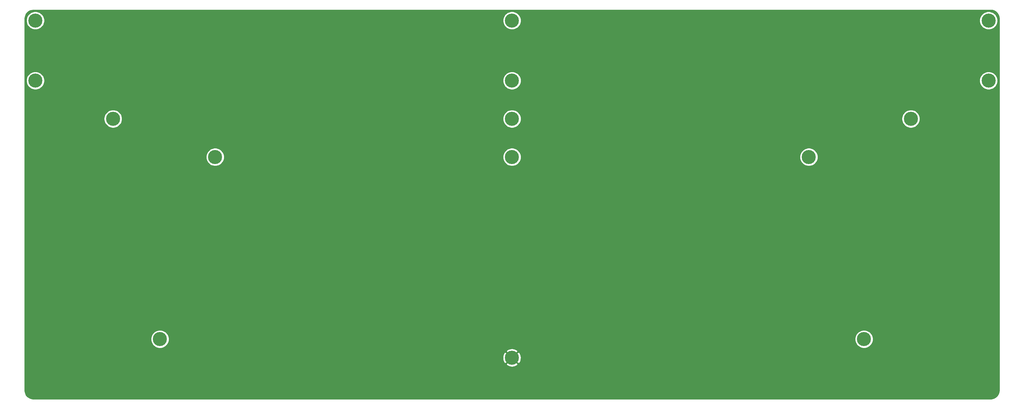
<source format=gbl>
G04 #@! TF.GenerationSoftware,KiCad,Pcbnew,(5.1.5)-3*
G04 #@! TF.CreationDate,2020-06-26T11:59:49-04:00*
G04 #@! TF.ProjectId,discipline-pcb,64697363-6970-46c6-996e-652d7063622e,rev?*
G04 #@! TF.SameCoordinates,Original*
G04 #@! TF.FileFunction,Copper,L2,Bot*
G04 #@! TF.FilePolarity,Positive*
%FSLAX46Y46*%
G04 Gerber Fmt 4.6, Leading zero omitted, Abs format (unit mm)*
G04 Created by KiCad (PCBNEW (5.1.5)-3) date 2020-06-26 11:59:49*
%MOMM*%
%LPD*%
G04 APERTURE LIST*
%ADD10C,4.400000*%
%ADD11C,0.800000*%
%ADD12C,0.254000*%
G04 APERTURE END LIST*
D10*
X206213345Y-92373872D03*
X81973322Y-92373872D03*
X330453369Y-92373872D03*
X206213345Y-166958110D03*
X206213345Y-61694750D03*
X206213345Y-80444750D03*
X206213345Y-104302994D03*
X298671968Y-104302994D03*
X113754723Y-104302994D03*
X315860803Y-161146960D03*
X96565888Y-161146960D03*
X354660309Y-80444750D03*
X354660309Y-61694750D03*
X57766382Y-61694750D03*
X57766382Y-80444750D03*
D11*
X113753900Y-119024400D03*
D12*
G36*
X355857023Y-58457549D02*
G01*
X356341617Y-58603858D01*
X356788558Y-58841499D01*
X357180827Y-59161427D01*
X357503489Y-59551460D01*
X357744243Y-59996725D01*
X357893929Y-60480280D01*
X357950309Y-61016706D01*
X357950310Y-177160421D01*
X357897510Y-177698933D01*
X357751201Y-178183527D01*
X357513561Y-178630465D01*
X357193631Y-179022738D01*
X356803602Y-179345398D01*
X356358336Y-179586153D01*
X355874777Y-179735839D01*
X355338353Y-179792219D01*
X57110854Y-179792219D01*
X56571973Y-179739875D01*
X56087250Y-179594007D01*
X55640094Y-179356771D01*
X55247533Y-179037198D01*
X54924519Y-178647462D01*
X54683359Y-178202411D01*
X54533234Y-177718990D01*
X54476382Y-177182752D01*
X54476382Y-168947885D01*
X204403175Y-168947885D01*
X204643321Y-169335128D01*
X205137222Y-169595751D01*
X205672478Y-169755011D01*
X206228519Y-169806788D01*
X206783977Y-169749091D01*
X207317506Y-169584138D01*
X207783369Y-169335128D01*
X208023515Y-168947885D01*
X206213345Y-167137715D01*
X204403175Y-168947885D01*
X54476382Y-168947885D01*
X54476382Y-166973284D01*
X203364667Y-166973284D01*
X203422364Y-167528742D01*
X203587317Y-168062271D01*
X203836327Y-168528134D01*
X204223570Y-168768280D01*
X206033740Y-166958110D01*
X206392950Y-166958110D01*
X208203120Y-168768280D01*
X208590363Y-168528134D01*
X208850986Y-168034233D01*
X209010246Y-167498977D01*
X209062023Y-166942936D01*
X209004326Y-166387478D01*
X208839373Y-165853949D01*
X208590363Y-165388086D01*
X208203120Y-165147940D01*
X206392950Y-166958110D01*
X206033740Y-166958110D01*
X204223570Y-165147940D01*
X203836327Y-165388086D01*
X203575704Y-165881987D01*
X203416444Y-166417243D01*
X203364667Y-166973284D01*
X54476382Y-166973284D01*
X54476382Y-164968335D01*
X204403175Y-164968335D01*
X206213345Y-166778505D01*
X208023515Y-164968335D01*
X207783369Y-164581092D01*
X207289468Y-164320469D01*
X206754212Y-164161209D01*
X206198171Y-164109432D01*
X205642713Y-164167129D01*
X205109184Y-164332082D01*
X204643321Y-164581092D01*
X204403175Y-164968335D01*
X54476382Y-164968335D01*
X54476382Y-160867737D01*
X93730888Y-160867737D01*
X93730888Y-161426183D01*
X93839836Y-161973899D01*
X94053544Y-162489836D01*
X94363800Y-162954167D01*
X94758681Y-163349048D01*
X95223012Y-163659304D01*
X95738949Y-163873012D01*
X96286665Y-163981960D01*
X96845111Y-163981960D01*
X97392827Y-163873012D01*
X97908764Y-163659304D01*
X98373095Y-163349048D01*
X98767976Y-162954167D01*
X99078232Y-162489836D01*
X99291940Y-161973899D01*
X99400888Y-161426183D01*
X99400888Y-160867737D01*
X313025803Y-160867737D01*
X313025803Y-161426183D01*
X313134751Y-161973899D01*
X313348459Y-162489836D01*
X313658715Y-162954167D01*
X314053596Y-163349048D01*
X314517927Y-163659304D01*
X315033864Y-163873012D01*
X315581580Y-163981960D01*
X316140026Y-163981960D01*
X316687742Y-163873012D01*
X317203679Y-163659304D01*
X317668010Y-163349048D01*
X318062891Y-162954167D01*
X318373147Y-162489836D01*
X318586855Y-161973899D01*
X318695803Y-161426183D01*
X318695803Y-160867737D01*
X318586855Y-160320021D01*
X318373147Y-159804084D01*
X318062891Y-159339753D01*
X317668010Y-158944872D01*
X317203679Y-158634616D01*
X316687742Y-158420908D01*
X316140026Y-158311960D01*
X315581580Y-158311960D01*
X315033864Y-158420908D01*
X314517927Y-158634616D01*
X314053596Y-158944872D01*
X313658715Y-159339753D01*
X313348459Y-159804084D01*
X313134751Y-160320021D01*
X313025803Y-160867737D01*
X99400888Y-160867737D01*
X99291940Y-160320021D01*
X99078232Y-159804084D01*
X98767976Y-159339753D01*
X98373095Y-158944872D01*
X97908764Y-158634616D01*
X97392827Y-158420908D01*
X96845111Y-158311960D01*
X96286665Y-158311960D01*
X95738949Y-158420908D01*
X95223012Y-158634616D01*
X94758681Y-158944872D01*
X94363800Y-159339753D01*
X94053544Y-159804084D01*
X93839836Y-160320021D01*
X93730888Y-160867737D01*
X54476382Y-160867737D01*
X54476382Y-104023771D01*
X110919723Y-104023771D01*
X110919723Y-104582217D01*
X111028671Y-105129933D01*
X111242379Y-105645870D01*
X111552635Y-106110201D01*
X111947516Y-106505082D01*
X112411847Y-106815338D01*
X112927784Y-107029046D01*
X113475500Y-107137994D01*
X114033946Y-107137994D01*
X114581662Y-107029046D01*
X115097599Y-106815338D01*
X115561930Y-106505082D01*
X115956811Y-106110201D01*
X116267067Y-105645870D01*
X116480775Y-105129933D01*
X116589723Y-104582217D01*
X116589723Y-104023771D01*
X203378345Y-104023771D01*
X203378345Y-104582217D01*
X203487293Y-105129933D01*
X203701001Y-105645870D01*
X204011257Y-106110201D01*
X204406138Y-106505082D01*
X204870469Y-106815338D01*
X205386406Y-107029046D01*
X205934122Y-107137994D01*
X206492568Y-107137994D01*
X207040284Y-107029046D01*
X207556221Y-106815338D01*
X208020552Y-106505082D01*
X208415433Y-106110201D01*
X208725689Y-105645870D01*
X208939397Y-105129933D01*
X209048345Y-104582217D01*
X209048345Y-104023771D01*
X295836968Y-104023771D01*
X295836968Y-104582217D01*
X295945916Y-105129933D01*
X296159624Y-105645870D01*
X296469880Y-106110201D01*
X296864761Y-106505082D01*
X297329092Y-106815338D01*
X297845029Y-107029046D01*
X298392745Y-107137994D01*
X298951191Y-107137994D01*
X299498907Y-107029046D01*
X300014844Y-106815338D01*
X300479175Y-106505082D01*
X300874056Y-106110201D01*
X301184312Y-105645870D01*
X301398020Y-105129933D01*
X301506968Y-104582217D01*
X301506968Y-104023771D01*
X301398020Y-103476055D01*
X301184312Y-102960118D01*
X300874056Y-102495787D01*
X300479175Y-102100906D01*
X300014844Y-101790650D01*
X299498907Y-101576942D01*
X298951191Y-101467994D01*
X298392745Y-101467994D01*
X297845029Y-101576942D01*
X297329092Y-101790650D01*
X296864761Y-102100906D01*
X296469880Y-102495787D01*
X296159624Y-102960118D01*
X295945916Y-103476055D01*
X295836968Y-104023771D01*
X209048345Y-104023771D01*
X208939397Y-103476055D01*
X208725689Y-102960118D01*
X208415433Y-102495787D01*
X208020552Y-102100906D01*
X207556221Y-101790650D01*
X207040284Y-101576942D01*
X206492568Y-101467994D01*
X205934122Y-101467994D01*
X205386406Y-101576942D01*
X204870469Y-101790650D01*
X204406138Y-102100906D01*
X204011257Y-102495787D01*
X203701001Y-102960118D01*
X203487293Y-103476055D01*
X203378345Y-104023771D01*
X116589723Y-104023771D01*
X116480775Y-103476055D01*
X116267067Y-102960118D01*
X115956811Y-102495787D01*
X115561930Y-102100906D01*
X115097599Y-101790650D01*
X114581662Y-101576942D01*
X114033946Y-101467994D01*
X113475500Y-101467994D01*
X112927784Y-101576942D01*
X112411847Y-101790650D01*
X111947516Y-102100906D01*
X111552635Y-102495787D01*
X111242379Y-102960118D01*
X111028671Y-103476055D01*
X110919723Y-104023771D01*
X54476382Y-104023771D01*
X54476382Y-92094649D01*
X79138322Y-92094649D01*
X79138322Y-92653095D01*
X79247270Y-93200811D01*
X79460978Y-93716748D01*
X79771234Y-94181079D01*
X80166115Y-94575960D01*
X80630446Y-94886216D01*
X81146383Y-95099924D01*
X81694099Y-95208872D01*
X82252545Y-95208872D01*
X82800261Y-95099924D01*
X83316198Y-94886216D01*
X83780529Y-94575960D01*
X84175410Y-94181079D01*
X84485666Y-93716748D01*
X84699374Y-93200811D01*
X84808322Y-92653095D01*
X84808322Y-92094649D01*
X203378345Y-92094649D01*
X203378345Y-92653095D01*
X203487293Y-93200811D01*
X203701001Y-93716748D01*
X204011257Y-94181079D01*
X204406138Y-94575960D01*
X204870469Y-94886216D01*
X205386406Y-95099924D01*
X205934122Y-95208872D01*
X206492568Y-95208872D01*
X207040284Y-95099924D01*
X207556221Y-94886216D01*
X208020552Y-94575960D01*
X208415433Y-94181079D01*
X208725689Y-93716748D01*
X208939397Y-93200811D01*
X209048345Y-92653095D01*
X209048345Y-92094649D01*
X327618369Y-92094649D01*
X327618369Y-92653095D01*
X327727317Y-93200811D01*
X327941025Y-93716748D01*
X328251281Y-94181079D01*
X328646162Y-94575960D01*
X329110493Y-94886216D01*
X329626430Y-95099924D01*
X330174146Y-95208872D01*
X330732592Y-95208872D01*
X331280308Y-95099924D01*
X331796245Y-94886216D01*
X332260576Y-94575960D01*
X332655457Y-94181079D01*
X332965713Y-93716748D01*
X333179421Y-93200811D01*
X333288369Y-92653095D01*
X333288369Y-92094649D01*
X333179421Y-91546933D01*
X332965713Y-91030996D01*
X332655457Y-90566665D01*
X332260576Y-90171784D01*
X331796245Y-89861528D01*
X331280308Y-89647820D01*
X330732592Y-89538872D01*
X330174146Y-89538872D01*
X329626430Y-89647820D01*
X329110493Y-89861528D01*
X328646162Y-90171784D01*
X328251281Y-90566665D01*
X327941025Y-91030996D01*
X327727317Y-91546933D01*
X327618369Y-92094649D01*
X209048345Y-92094649D01*
X208939397Y-91546933D01*
X208725689Y-91030996D01*
X208415433Y-90566665D01*
X208020552Y-90171784D01*
X207556221Y-89861528D01*
X207040284Y-89647820D01*
X206492568Y-89538872D01*
X205934122Y-89538872D01*
X205386406Y-89647820D01*
X204870469Y-89861528D01*
X204406138Y-90171784D01*
X204011257Y-90566665D01*
X203701001Y-91030996D01*
X203487293Y-91546933D01*
X203378345Y-92094649D01*
X84808322Y-92094649D01*
X84699374Y-91546933D01*
X84485666Y-91030996D01*
X84175410Y-90566665D01*
X83780529Y-90171784D01*
X83316198Y-89861528D01*
X82800261Y-89647820D01*
X82252545Y-89538872D01*
X81694099Y-89538872D01*
X81146383Y-89647820D01*
X80630446Y-89861528D01*
X80166115Y-90171784D01*
X79771234Y-90566665D01*
X79460978Y-91030996D01*
X79247270Y-91546933D01*
X79138322Y-92094649D01*
X54476382Y-92094649D01*
X54476382Y-80165527D01*
X54931382Y-80165527D01*
X54931382Y-80723973D01*
X55040330Y-81271689D01*
X55254038Y-81787626D01*
X55564294Y-82251957D01*
X55959175Y-82646838D01*
X56423506Y-82957094D01*
X56939443Y-83170802D01*
X57487159Y-83279750D01*
X58045605Y-83279750D01*
X58593321Y-83170802D01*
X59109258Y-82957094D01*
X59573589Y-82646838D01*
X59968470Y-82251957D01*
X60278726Y-81787626D01*
X60492434Y-81271689D01*
X60601382Y-80723973D01*
X60601382Y-80165527D01*
X203378345Y-80165527D01*
X203378345Y-80723973D01*
X203487293Y-81271689D01*
X203701001Y-81787626D01*
X204011257Y-82251957D01*
X204406138Y-82646838D01*
X204870469Y-82957094D01*
X205386406Y-83170802D01*
X205934122Y-83279750D01*
X206492568Y-83279750D01*
X207040284Y-83170802D01*
X207556221Y-82957094D01*
X208020552Y-82646838D01*
X208415433Y-82251957D01*
X208725689Y-81787626D01*
X208939397Y-81271689D01*
X209048345Y-80723973D01*
X209048345Y-80165527D01*
X351825309Y-80165527D01*
X351825309Y-80723973D01*
X351934257Y-81271689D01*
X352147965Y-81787626D01*
X352458221Y-82251957D01*
X352853102Y-82646838D01*
X353317433Y-82957094D01*
X353833370Y-83170802D01*
X354381086Y-83279750D01*
X354939532Y-83279750D01*
X355487248Y-83170802D01*
X356003185Y-82957094D01*
X356467516Y-82646838D01*
X356862397Y-82251957D01*
X357172653Y-81787626D01*
X357386361Y-81271689D01*
X357495309Y-80723973D01*
X357495309Y-80165527D01*
X357386361Y-79617811D01*
X357172653Y-79101874D01*
X356862397Y-78637543D01*
X356467516Y-78242662D01*
X356003185Y-77932406D01*
X355487248Y-77718698D01*
X354939532Y-77609750D01*
X354381086Y-77609750D01*
X353833370Y-77718698D01*
X353317433Y-77932406D01*
X352853102Y-78242662D01*
X352458221Y-78637543D01*
X352147965Y-79101874D01*
X351934257Y-79617811D01*
X351825309Y-80165527D01*
X209048345Y-80165527D01*
X208939397Y-79617811D01*
X208725689Y-79101874D01*
X208415433Y-78637543D01*
X208020552Y-78242662D01*
X207556221Y-77932406D01*
X207040284Y-77718698D01*
X206492568Y-77609750D01*
X205934122Y-77609750D01*
X205386406Y-77718698D01*
X204870469Y-77932406D01*
X204406138Y-78242662D01*
X204011257Y-78637543D01*
X203701001Y-79101874D01*
X203487293Y-79617811D01*
X203378345Y-80165527D01*
X60601382Y-80165527D01*
X60492434Y-79617811D01*
X60278726Y-79101874D01*
X59968470Y-78637543D01*
X59573589Y-78242662D01*
X59109258Y-77932406D01*
X58593321Y-77718698D01*
X58045605Y-77609750D01*
X57487159Y-77609750D01*
X56939443Y-77718698D01*
X56423506Y-77932406D01*
X55959175Y-78242662D01*
X55564294Y-78637543D01*
X55254038Y-79101874D01*
X55040330Y-79617811D01*
X54931382Y-80165527D01*
X54476382Y-80165527D01*
X54476382Y-61415527D01*
X54931382Y-61415527D01*
X54931382Y-61973973D01*
X55040330Y-62521689D01*
X55254038Y-63037626D01*
X55564294Y-63501957D01*
X55959175Y-63896838D01*
X56423506Y-64207094D01*
X56939443Y-64420802D01*
X57487159Y-64529750D01*
X58045605Y-64529750D01*
X58593321Y-64420802D01*
X59109258Y-64207094D01*
X59573589Y-63896838D01*
X59968470Y-63501957D01*
X60278726Y-63037626D01*
X60492434Y-62521689D01*
X60601382Y-61973973D01*
X60601382Y-61415527D01*
X203378345Y-61415527D01*
X203378345Y-61973973D01*
X203487293Y-62521689D01*
X203701001Y-63037626D01*
X204011257Y-63501957D01*
X204406138Y-63896838D01*
X204870469Y-64207094D01*
X205386406Y-64420802D01*
X205934122Y-64529750D01*
X206492568Y-64529750D01*
X207040284Y-64420802D01*
X207556221Y-64207094D01*
X208020552Y-63896838D01*
X208415433Y-63501957D01*
X208725689Y-63037626D01*
X208939397Y-62521689D01*
X209048345Y-61973973D01*
X209048345Y-61415527D01*
X351825309Y-61415527D01*
X351825309Y-61973973D01*
X351934257Y-62521689D01*
X352147965Y-63037626D01*
X352458221Y-63501957D01*
X352853102Y-63896838D01*
X353317433Y-64207094D01*
X353833370Y-64420802D01*
X354381086Y-64529750D01*
X354939532Y-64529750D01*
X355487248Y-64420802D01*
X356003185Y-64207094D01*
X356467516Y-63896838D01*
X356862397Y-63501957D01*
X357172653Y-63037626D01*
X357386361Y-62521689D01*
X357495309Y-61973973D01*
X357495309Y-61415527D01*
X357386361Y-60867811D01*
X357172653Y-60351874D01*
X356862397Y-59887543D01*
X356467516Y-59492662D01*
X356003185Y-59182406D01*
X355487248Y-58968698D01*
X354939532Y-58859750D01*
X354381086Y-58859750D01*
X353833370Y-58968698D01*
X353317433Y-59182406D01*
X352853102Y-59492662D01*
X352458221Y-59887543D01*
X352147965Y-60351874D01*
X351934257Y-60867811D01*
X351825309Y-61415527D01*
X209048345Y-61415527D01*
X208939397Y-60867811D01*
X208725689Y-60351874D01*
X208415433Y-59887543D01*
X208020552Y-59492662D01*
X207556221Y-59182406D01*
X207040284Y-58968698D01*
X206492568Y-58859750D01*
X205934122Y-58859750D01*
X205386406Y-58968698D01*
X204870469Y-59182406D01*
X204406138Y-59492662D01*
X204011257Y-59887543D01*
X203701001Y-60351874D01*
X203487293Y-60867811D01*
X203378345Y-61415527D01*
X60601382Y-61415527D01*
X60492434Y-60867811D01*
X60278726Y-60351874D01*
X59968470Y-59887543D01*
X59573589Y-59492662D01*
X59109258Y-59182406D01*
X58593321Y-58968698D01*
X58045605Y-58859750D01*
X57487159Y-58859750D01*
X56939443Y-58968698D01*
X56423506Y-59182406D01*
X55959175Y-59492662D01*
X55564294Y-59887543D01*
X55254038Y-60351874D01*
X55040330Y-60867811D01*
X54931382Y-61415527D01*
X54476382Y-61415527D01*
X54476382Y-61036528D01*
X54529181Y-60498036D01*
X54675490Y-60013442D01*
X54913131Y-59566501D01*
X55233059Y-59174232D01*
X55623092Y-58851570D01*
X56068357Y-58610816D01*
X56551912Y-58461130D01*
X57088338Y-58404750D01*
X355318531Y-58404750D01*
X355857023Y-58457549D01*
G37*
X355857023Y-58457549D02*
X356341617Y-58603858D01*
X356788558Y-58841499D01*
X357180827Y-59161427D01*
X357503489Y-59551460D01*
X357744243Y-59996725D01*
X357893929Y-60480280D01*
X357950309Y-61016706D01*
X357950310Y-177160421D01*
X357897510Y-177698933D01*
X357751201Y-178183527D01*
X357513561Y-178630465D01*
X357193631Y-179022738D01*
X356803602Y-179345398D01*
X356358336Y-179586153D01*
X355874777Y-179735839D01*
X355338353Y-179792219D01*
X57110854Y-179792219D01*
X56571973Y-179739875D01*
X56087250Y-179594007D01*
X55640094Y-179356771D01*
X55247533Y-179037198D01*
X54924519Y-178647462D01*
X54683359Y-178202411D01*
X54533234Y-177718990D01*
X54476382Y-177182752D01*
X54476382Y-168947885D01*
X204403175Y-168947885D01*
X204643321Y-169335128D01*
X205137222Y-169595751D01*
X205672478Y-169755011D01*
X206228519Y-169806788D01*
X206783977Y-169749091D01*
X207317506Y-169584138D01*
X207783369Y-169335128D01*
X208023515Y-168947885D01*
X206213345Y-167137715D01*
X204403175Y-168947885D01*
X54476382Y-168947885D01*
X54476382Y-166973284D01*
X203364667Y-166973284D01*
X203422364Y-167528742D01*
X203587317Y-168062271D01*
X203836327Y-168528134D01*
X204223570Y-168768280D01*
X206033740Y-166958110D01*
X206392950Y-166958110D01*
X208203120Y-168768280D01*
X208590363Y-168528134D01*
X208850986Y-168034233D01*
X209010246Y-167498977D01*
X209062023Y-166942936D01*
X209004326Y-166387478D01*
X208839373Y-165853949D01*
X208590363Y-165388086D01*
X208203120Y-165147940D01*
X206392950Y-166958110D01*
X206033740Y-166958110D01*
X204223570Y-165147940D01*
X203836327Y-165388086D01*
X203575704Y-165881987D01*
X203416444Y-166417243D01*
X203364667Y-166973284D01*
X54476382Y-166973284D01*
X54476382Y-164968335D01*
X204403175Y-164968335D01*
X206213345Y-166778505D01*
X208023515Y-164968335D01*
X207783369Y-164581092D01*
X207289468Y-164320469D01*
X206754212Y-164161209D01*
X206198171Y-164109432D01*
X205642713Y-164167129D01*
X205109184Y-164332082D01*
X204643321Y-164581092D01*
X204403175Y-164968335D01*
X54476382Y-164968335D01*
X54476382Y-160867737D01*
X93730888Y-160867737D01*
X93730888Y-161426183D01*
X93839836Y-161973899D01*
X94053544Y-162489836D01*
X94363800Y-162954167D01*
X94758681Y-163349048D01*
X95223012Y-163659304D01*
X95738949Y-163873012D01*
X96286665Y-163981960D01*
X96845111Y-163981960D01*
X97392827Y-163873012D01*
X97908764Y-163659304D01*
X98373095Y-163349048D01*
X98767976Y-162954167D01*
X99078232Y-162489836D01*
X99291940Y-161973899D01*
X99400888Y-161426183D01*
X99400888Y-160867737D01*
X313025803Y-160867737D01*
X313025803Y-161426183D01*
X313134751Y-161973899D01*
X313348459Y-162489836D01*
X313658715Y-162954167D01*
X314053596Y-163349048D01*
X314517927Y-163659304D01*
X315033864Y-163873012D01*
X315581580Y-163981960D01*
X316140026Y-163981960D01*
X316687742Y-163873012D01*
X317203679Y-163659304D01*
X317668010Y-163349048D01*
X318062891Y-162954167D01*
X318373147Y-162489836D01*
X318586855Y-161973899D01*
X318695803Y-161426183D01*
X318695803Y-160867737D01*
X318586855Y-160320021D01*
X318373147Y-159804084D01*
X318062891Y-159339753D01*
X317668010Y-158944872D01*
X317203679Y-158634616D01*
X316687742Y-158420908D01*
X316140026Y-158311960D01*
X315581580Y-158311960D01*
X315033864Y-158420908D01*
X314517927Y-158634616D01*
X314053596Y-158944872D01*
X313658715Y-159339753D01*
X313348459Y-159804084D01*
X313134751Y-160320021D01*
X313025803Y-160867737D01*
X99400888Y-160867737D01*
X99291940Y-160320021D01*
X99078232Y-159804084D01*
X98767976Y-159339753D01*
X98373095Y-158944872D01*
X97908764Y-158634616D01*
X97392827Y-158420908D01*
X96845111Y-158311960D01*
X96286665Y-158311960D01*
X95738949Y-158420908D01*
X95223012Y-158634616D01*
X94758681Y-158944872D01*
X94363800Y-159339753D01*
X94053544Y-159804084D01*
X93839836Y-160320021D01*
X93730888Y-160867737D01*
X54476382Y-160867737D01*
X54476382Y-104023771D01*
X110919723Y-104023771D01*
X110919723Y-104582217D01*
X111028671Y-105129933D01*
X111242379Y-105645870D01*
X111552635Y-106110201D01*
X111947516Y-106505082D01*
X112411847Y-106815338D01*
X112927784Y-107029046D01*
X113475500Y-107137994D01*
X114033946Y-107137994D01*
X114581662Y-107029046D01*
X115097599Y-106815338D01*
X115561930Y-106505082D01*
X115956811Y-106110201D01*
X116267067Y-105645870D01*
X116480775Y-105129933D01*
X116589723Y-104582217D01*
X116589723Y-104023771D01*
X203378345Y-104023771D01*
X203378345Y-104582217D01*
X203487293Y-105129933D01*
X203701001Y-105645870D01*
X204011257Y-106110201D01*
X204406138Y-106505082D01*
X204870469Y-106815338D01*
X205386406Y-107029046D01*
X205934122Y-107137994D01*
X206492568Y-107137994D01*
X207040284Y-107029046D01*
X207556221Y-106815338D01*
X208020552Y-106505082D01*
X208415433Y-106110201D01*
X208725689Y-105645870D01*
X208939397Y-105129933D01*
X209048345Y-104582217D01*
X209048345Y-104023771D01*
X295836968Y-104023771D01*
X295836968Y-104582217D01*
X295945916Y-105129933D01*
X296159624Y-105645870D01*
X296469880Y-106110201D01*
X296864761Y-106505082D01*
X297329092Y-106815338D01*
X297845029Y-107029046D01*
X298392745Y-107137994D01*
X298951191Y-107137994D01*
X299498907Y-107029046D01*
X300014844Y-106815338D01*
X300479175Y-106505082D01*
X300874056Y-106110201D01*
X301184312Y-105645870D01*
X301398020Y-105129933D01*
X301506968Y-104582217D01*
X301506968Y-104023771D01*
X301398020Y-103476055D01*
X301184312Y-102960118D01*
X300874056Y-102495787D01*
X300479175Y-102100906D01*
X300014844Y-101790650D01*
X299498907Y-101576942D01*
X298951191Y-101467994D01*
X298392745Y-101467994D01*
X297845029Y-101576942D01*
X297329092Y-101790650D01*
X296864761Y-102100906D01*
X296469880Y-102495787D01*
X296159624Y-102960118D01*
X295945916Y-103476055D01*
X295836968Y-104023771D01*
X209048345Y-104023771D01*
X208939397Y-103476055D01*
X208725689Y-102960118D01*
X208415433Y-102495787D01*
X208020552Y-102100906D01*
X207556221Y-101790650D01*
X207040284Y-101576942D01*
X206492568Y-101467994D01*
X205934122Y-101467994D01*
X205386406Y-101576942D01*
X204870469Y-101790650D01*
X204406138Y-102100906D01*
X204011257Y-102495787D01*
X203701001Y-102960118D01*
X203487293Y-103476055D01*
X203378345Y-104023771D01*
X116589723Y-104023771D01*
X116480775Y-103476055D01*
X116267067Y-102960118D01*
X115956811Y-102495787D01*
X115561930Y-102100906D01*
X115097599Y-101790650D01*
X114581662Y-101576942D01*
X114033946Y-101467994D01*
X113475500Y-101467994D01*
X112927784Y-101576942D01*
X112411847Y-101790650D01*
X111947516Y-102100906D01*
X111552635Y-102495787D01*
X111242379Y-102960118D01*
X111028671Y-103476055D01*
X110919723Y-104023771D01*
X54476382Y-104023771D01*
X54476382Y-92094649D01*
X79138322Y-92094649D01*
X79138322Y-92653095D01*
X79247270Y-93200811D01*
X79460978Y-93716748D01*
X79771234Y-94181079D01*
X80166115Y-94575960D01*
X80630446Y-94886216D01*
X81146383Y-95099924D01*
X81694099Y-95208872D01*
X82252545Y-95208872D01*
X82800261Y-95099924D01*
X83316198Y-94886216D01*
X83780529Y-94575960D01*
X84175410Y-94181079D01*
X84485666Y-93716748D01*
X84699374Y-93200811D01*
X84808322Y-92653095D01*
X84808322Y-92094649D01*
X203378345Y-92094649D01*
X203378345Y-92653095D01*
X203487293Y-93200811D01*
X203701001Y-93716748D01*
X204011257Y-94181079D01*
X204406138Y-94575960D01*
X204870469Y-94886216D01*
X205386406Y-95099924D01*
X205934122Y-95208872D01*
X206492568Y-95208872D01*
X207040284Y-95099924D01*
X207556221Y-94886216D01*
X208020552Y-94575960D01*
X208415433Y-94181079D01*
X208725689Y-93716748D01*
X208939397Y-93200811D01*
X209048345Y-92653095D01*
X209048345Y-92094649D01*
X327618369Y-92094649D01*
X327618369Y-92653095D01*
X327727317Y-93200811D01*
X327941025Y-93716748D01*
X328251281Y-94181079D01*
X328646162Y-94575960D01*
X329110493Y-94886216D01*
X329626430Y-95099924D01*
X330174146Y-95208872D01*
X330732592Y-95208872D01*
X331280308Y-95099924D01*
X331796245Y-94886216D01*
X332260576Y-94575960D01*
X332655457Y-94181079D01*
X332965713Y-93716748D01*
X333179421Y-93200811D01*
X333288369Y-92653095D01*
X333288369Y-92094649D01*
X333179421Y-91546933D01*
X332965713Y-91030996D01*
X332655457Y-90566665D01*
X332260576Y-90171784D01*
X331796245Y-89861528D01*
X331280308Y-89647820D01*
X330732592Y-89538872D01*
X330174146Y-89538872D01*
X329626430Y-89647820D01*
X329110493Y-89861528D01*
X328646162Y-90171784D01*
X328251281Y-90566665D01*
X327941025Y-91030996D01*
X327727317Y-91546933D01*
X327618369Y-92094649D01*
X209048345Y-92094649D01*
X208939397Y-91546933D01*
X208725689Y-91030996D01*
X208415433Y-90566665D01*
X208020552Y-90171784D01*
X207556221Y-89861528D01*
X207040284Y-89647820D01*
X206492568Y-89538872D01*
X205934122Y-89538872D01*
X205386406Y-89647820D01*
X204870469Y-89861528D01*
X204406138Y-90171784D01*
X204011257Y-90566665D01*
X203701001Y-91030996D01*
X203487293Y-91546933D01*
X203378345Y-92094649D01*
X84808322Y-92094649D01*
X84699374Y-91546933D01*
X84485666Y-91030996D01*
X84175410Y-90566665D01*
X83780529Y-90171784D01*
X83316198Y-89861528D01*
X82800261Y-89647820D01*
X82252545Y-89538872D01*
X81694099Y-89538872D01*
X81146383Y-89647820D01*
X80630446Y-89861528D01*
X80166115Y-90171784D01*
X79771234Y-90566665D01*
X79460978Y-91030996D01*
X79247270Y-91546933D01*
X79138322Y-92094649D01*
X54476382Y-92094649D01*
X54476382Y-80165527D01*
X54931382Y-80165527D01*
X54931382Y-80723973D01*
X55040330Y-81271689D01*
X55254038Y-81787626D01*
X55564294Y-82251957D01*
X55959175Y-82646838D01*
X56423506Y-82957094D01*
X56939443Y-83170802D01*
X57487159Y-83279750D01*
X58045605Y-83279750D01*
X58593321Y-83170802D01*
X59109258Y-82957094D01*
X59573589Y-82646838D01*
X59968470Y-82251957D01*
X60278726Y-81787626D01*
X60492434Y-81271689D01*
X60601382Y-80723973D01*
X60601382Y-80165527D01*
X203378345Y-80165527D01*
X203378345Y-80723973D01*
X203487293Y-81271689D01*
X203701001Y-81787626D01*
X204011257Y-82251957D01*
X204406138Y-82646838D01*
X204870469Y-82957094D01*
X205386406Y-83170802D01*
X205934122Y-83279750D01*
X206492568Y-83279750D01*
X207040284Y-83170802D01*
X207556221Y-82957094D01*
X208020552Y-82646838D01*
X208415433Y-82251957D01*
X208725689Y-81787626D01*
X208939397Y-81271689D01*
X209048345Y-80723973D01*
X209048345Y-80165527D01*
X351825309Y-80165527D01*
X351825309Y-80723973D01*
X351934257Y-81271689D01*
X352147965Y-81787626D01*
X352458221Y-82251957D01*
X352853102Y-82646838D01*
X353317433Y-82957094D01*
X353833370Y-83170802D01*
X354381086Y-83279750D01*
X354939532Y-83279750D01*
X355487248Y-83170802D01*
X356003185Y-82957094D01*
X356467516Y-82646838D01*
X356862397Y-82251957D01*
X357172653Y-81787626D01*
X357386361Y-81271689D01*
X357495309Y-80723973D01*
X357495309Y-80165527D01*
X357386361Y-79617811D01*
X357172653Y-79101874D01*
X356862397Y-78637543D01*
X356467516Y-78242662D01*
X356003185Y-77932406D01*
X355487248Y-77718698D01*
X354939532Y-77609750D01*
X354381086Y-77609750D01*
X353833370Y-77718698D01*
X353317433Y-77932406D01*
X352853102Y-78242662D01*
X352458221Y-78637543D01*
X352147965Y-79101874D01*
X351934257Y-79617811D01*
X351825309Y-80165527D01*
X209048345Y-80165527D01*
X208939397Y-79617811D01*
X208725689Y-79101874D01*
X208415433Y-78637543D01*
X208020552Y-78242662D01*
X207556221Y-77932406D01*
X207040284Y-77718698D01*
X206492568Y-77609750D01*
X205934122Y-77609750D01*
X205386406Y-77718698D01*
X204870469Y-77932406D01*
X204406138Y-78242662D01*
X204011257Y-78637543D01*
X203701001Y-79101874D01*
X203487293Y-79617811D01*
X203378345Y-80165527D01*
X60601382Y-80165527D01*
X60492434Y-79617811D01*
X60278726Y-79101874D01*
X59968470Y-78637543D01*
X59573589Y-78242662D01*
X59109258Y-77932406D01*
X58593321Y-77718698D01*
X58045605Y-77609750D01*
X57487159Y-77609750D01*
X56939443Y-77718698D01*
X56423506Y-77932406D01*
X55959175Y-78242662D01*
X55564294Y-78637543D01*
X55254038Y-79101874D01*
X55040330Y-79617811D01*
X54931382Y-80165527D01*
X54476382Y-80165527D01*
X54476382Y-61415527D01*
X54931382Y-61415527D01*
X54931382Y-61973973D01*
X55040330Y-62521689D01*
X55254038Y-63037626D01*
X55564294Y-63501957D01*
X55959175Y-63896838D01*
X56423506Y-64207094D01*
X56939443Y-64420802D01*
X57487159Y-64529750D01*
X58045605Y-64529750D01*
X58593321Y-64420802D01*
X59109258Y-64207094D01*
X59573589Y-63896838D01*
X59968470Y-63501957D01*
X60278726Y-63037626D01*
X60492434Y-62521689D01*
X60601382Y-61973973D01*
X60601382Y-61415527D01*
X203378345Y-61415527D01*
X203378345Y-61973973D01*
X203487293Y-62521689D01*
X203701001Y-63037626D01*
X204011257Y-63501957D01*
X204406138Y-63896838D01*
X204870469Y-64207094D01*
X205386406Y-64420802D01*
X205934122Y-64529750D01*
X206492568Y-64529750D01*
X207040284Y-64420802D01*
X207556221Y-64207094D01*
X208020552Y-63896838D01*
X208415433Y-63501957D01*
X208725689Y-63037626D01*
X208939397Y-62521689D01*
X209048345Y-61973973D01*
X209048345Y-61415527D01*
X351825309Y-61415527D01*
X351825309Y-61973973D01*
X351934257Y-62521689D01*
X352147965Y-63037626D01*
X352458221Y-63501957D01*
X352853102Y-63896838D01*
X353317433Y-64207094D01*
X353833370Y-64420802D01*
X354381086Y-64529750D01*
X354939532Y-64529750D01*
X355487248Y-64420802D01*
X356003185Y-64207094D01*
X356467516Y-63896838D01*
X356862397Y-63501957D01*
X357172653Y-63037626D01*
X357386361Y-62521689D01*
X357495309Y-61973973D01*
X357495309Y-61415527D01*
X357386361Y-60867811D01*
X357172653Y-60351874D01*
X356862397Y-59887543D01*
X356467516Y-59492662D01*
X356003185Y-59182406D01*
X355487248Y-58968698D01*
X354939532Y-58859750D01*
X354381086Y-58859750D01*
X353833370Y-58968698D01*
X353317433Y-59182406D01*
X352853102Y-59492662D01*
X352458221Y-59887543D01*
X352147965Y-60351874D01*
X351934257Y-60867811D01*
X351825309Y-61415527D01*
X209048345Y-61415527D01*
X208939397Y-60867811D01*
X208725689Y-60351874D01*
X208415433Y-59887543D01*
X208020552Y-59492662D01*
X207556221Y-59182406D01*
X207040284Y-58968698D01*
X206492568Y-58859750D01*
X205934122Y-58859750D01*
X205386406Y-58968698D01*
X204870469Y-59182406D01*
X204406138Y-59492662D01*
X204011257Y-59887543D01*
X203701001Y-60351874D01*
X203487293Y-60867811D01*
X203378345Y-61415527D01*
X60601382Y-61415527D01*
X60492434Y-60867811D01*
X60278726Y-60351874D01*
X59968470Y-59887543D01*
X59573589Y-59492662D01*
X59109258Y-59182406D01*
X58593321Y-58968698D01*
X58045605Y-58859750D01*
X57487159Y-58859750D01*
X56939443Y-58968698D01*
X56423506Y-59182406D01*
X55959175Y-59492662D01*
X55564294Y-59887543D01*
X55254038Y-60351874D01*
X55040330Y-60867811D01*
X54931382Y-61415527D01*
X54476382Y-61415527D01*
X54476382Y-61036528D01*
X54529181Y-60498036D01*
X54675490Y-60013442D01*
X54913131Y-59566501D01*
X55233059Y-59174232D01*
X55623092Y-58851570D01*
X56068357Y-58610816D01*
X56551912Y-58461130D01*
X57088338Y-58404750D01*
X355318531Y-58404750D01*
X355857023Y-58457549D01*
M02*

</source>
